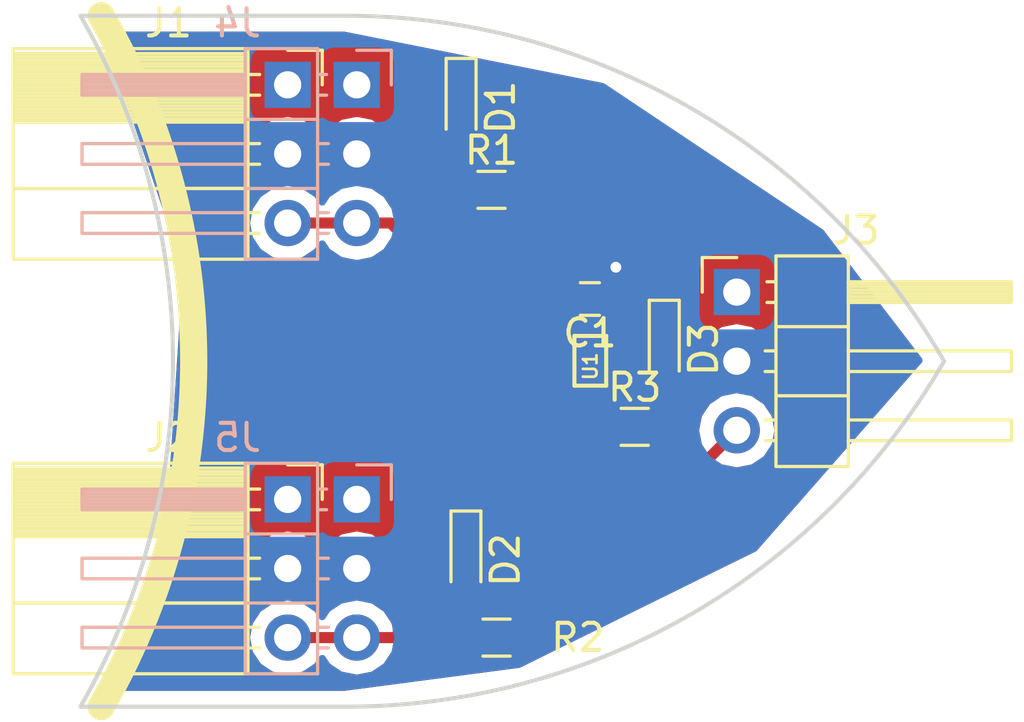
<source format=kicad_pcb>
(kicad_pcb (version 4) (host pcbnew 4.0.7)

  (general
    (links 26)
    (no_connects 18)
    (area 110.008599 77.39472 163.905001 102.94528)
    (thickness 1.6)
    (drawings 6)
    (tracks 36)
    (zones 0)
    (modules 13)
    (nets 9)
  )

  (page A4)
  (layers
    (0 F.Cu signal)
    (31 B.Cu signal)
    (32 B.Adhes user)
    (33 F.Adhes user)
    (34 B.Paste user)
    (35 F.Paste user)
    (36 B.SilkS user)
    (37 F.SilkS user)
    (38 B.Mask user)
    (39 F.Mask user)
    (40 Dwgs.User user)
    (41 Cmts.User user)
    (42 Eco1.User user)
    (43 Eco2.User user)
    (44 Edge.Cuts user)
    (45 Margin user)
    (46 B.CrtYd user)
    (47 F.CrtYd user)
    (48 B.Fab user)
    (49 F.Fab user hide)
  )

  (setup
    (last_trace_width 0.4064)
    (user_trace_width 0.4064)
    (trace_clearance 0.2)
    (zone_clearance 0.508)
    (zone_45_only no)
    (trace_min 0.2)
    (segment_width 0.15)
    (edge_width 0.15)
    (via_size 0.6)
    (via_drill 0.4)
    (via_min_size 0.4)
    (via_min_drill 0.3)
    (uvia_size 0.3)
    (uvia_drill 0.1)
    (uvias_allowed no)
    (uvia_min_size 0.2)
    (uvia_min_drill 0.1)
    (pcb_text_width 0.3)
    (pcb_text_size 1.5 1.5)
    (mod_edge_width 0.15)
    (mod_text_size 1 1)
    (mod_text_width 0.15)
    (pad_size 1.524 1.524)
    (pad_drill 0.762)
    (pad_to_mask_clearance 0.2)
    (aux_axis_origin 0 0)
    (visible_elements 7FFFFFFF)
    (pcbplotparams
      (layerselection 0x00030_80000001)
      (usegerberextensions false)
      (excludeedgelayer true)
      (linewidth 0.100000)
      (plotframeref false)
      (viasonmask false)
      (mode 1)
      (useauxorigin false)
      (hpglpennumber 1)
      (hpglpenspeed 20)
      (hpglpendiameter 15)
      (hpglpenoverlay 2)
      (psnegative false)
      (psa4output false)
      (plotreference true)
      (plotvalue true)
      (plotinvisibletext false)
      (padsonsilk false)
      (subtractmaskfromsilk false)
      (outputformat 1)
      (mirror false)
      (drillshape 1)
      (scaleselection 1)
      (outputdirectory ""))
  )

  (net 0 "")
  (net 1 Vin)
  (net 2 GND)
  (net 3 "Net-(D1-Pad2)")
  (net 4 "Net-(D2-Pad2)")
  (net 5 "Net-(D3-Pad2)")
  (net 6 /In1)
  (net 7 /In2)
  (net 8 /Out)

  (net_class Default "This is the default net class."
    (clearance 0.2)
    (trace_width 0.25)
    (via_dia 0.6)
    (via_drill 0.4)
    (uvia_dia 0.3)
    (uvia_drill 0.1)
    (add_net /In1)
    (add_net /In2)
    (add_net /Out)
    (add_net GND)
    (add_net "Net-(D1-Pad2)")
    (add_net "Net-(D2-Pad2)")
    (add_net "Net-(D3-Pad2)")
    (add_net Vin)
  )

  (module Capacitors_SMD:C_0603_HandSoldering (layer F.Cu) (tedit 58AA848B) (tstamp 5B74F26C)
    (at 150.81 87.884 180)
    (descr "Capacitor SMD 0603, hand soldering")
    (tags "capacitor 0603")
    (path /5AF1E54F)
    (attr smd)
    (fp_text reference C1 (at 0 -1.25 180) (layer F.SilkS)
      (effects (font (size 1 1) (thickness 0.15)))
    )
    (fp_text value C (at 0 1.5 180) (layer F.Fab)
      (effects (font (size 1 1) (thickness 0.15)))
    )
    (fp_text user %R (at 0 -1.25 180) (layer F.Fab)
      (effects (font (size 1 1) (thickness 0.15)))
    )
    (fp_line (start -0.8 0.4) (end -0.8 -0.4) (layer F.Fab) (width 0.1))
    (fp_line (start 0.8 0.4) (end -0.8 0.4) (layer F.Fab) (width 0.1))
    (fp_line (start 0.8 -0.4) (end 0.8 0.4) (layer F.Fab) (width 0.1))
    (fp_line (start -0.8 -0.4) (end 0.8 -0.4) (layer F.Fab) (width 0.1))
    (fp_line (start -0.35 -0.6) (end 0.35 -0.6) (layer F.SilkS) (width 0.12))
    (fp_line (start 0.35 0.6) (end -0.35 0.6) (layer F.SilkS) (width 0.12))
    (fp_line (start -1.8 -0.65) (end 1.8 -0.65) (layer F.CrtYd) (width 0.05))
    (fp_line (start -1.8 -0.65) (end -1.8 0.65) (layer F.CrtYd) (width 0.05))
    (fp_line (start 1.8 0.65) (end 1.8 -0.65) (layer F.CrtYd) (width 0.05))
    (fp_line (start 1.8 0.65) (end -1.8 0.65) (layer F.CrtYd) (width 0.05))
    (pad 1 smd rect (at -0.95 0 180) (size 1.2 0.75) (layers F.Cu F.Paste F.Mask)
      (net 1 Vin))
    (pad 2 smd rect (at 0.95 0 180) (size 1.2 0.75) (layers F.Cu F.Paste F.Mask)
      (net 2 GND))
    (model Capacitors_SMD.3dshapes/C_0603.wrl
      (at (xyz 0 0 0))
      (scale (xyz 1 1 1))
      (rotate (xyz 0 0 0))
    )
  )

  (module LEDs:LED_0603_HandSoldering (layer F.Cu) (tedit 595FC9C0) (tstamp 5B74F272)
    (at 146.0754 80.8404 270)
    (descr "LED SMD 0603, hand soldering")
    (tags "LED 0603")
    (path /5AF0B57F)
    (attr smd)
    (fp_text reference D1 (at 0 -1.45 270) (layer F.SilkS)
      (effects (font (size 1 1) (thickness 0.15)))
    )
    (fp_text value In1 (at 0 1.55 270) (layer F.Fab)
      (effects (font (size 1 1) (thickness 0.15)))
    )
    (fp_line (start -1.8 -0.55) (end -1.8 0.55) (layer F.SilkS) (width 0.12))
    (fp_line (start -0.2 -0.2) (end -0.2 0.2) (layer F.Fab) (width 0.1))
    (fp_line (start -0.15 0) (end 0.15 -0.2) (layer F.Fab) (width 0.1))
    (fp_line (start 0.15 0.2) (end -0.15 0) (layer F.Fab) (width 0.1))
    (fp_line (start 0.15 -0.2) (end 0.15 0.2) (layer F.Fab) (width 0.1))
    (fp_line (start 0.8 0.4) (end -0.8 0.4) (layer F.Fab) (width 0.1))
    (fp_line (start 0.8 -0.4) (end 0.8 0.4) (layer F.Fab) (width 0.1))
    (fp_line (start -0.8 -0.4) (end 0.8 -0.4) (layer F.Fab) (width 0.1))
    (fp_line (start -1.8 0.55) (end 0.8 0.55) (layer F.SilkS) (width 0.12))
    (fp_line (start -1.8 -0.55) (end 0.8 -0.55) (layer F.SilkS) (width 0.12))
    (fp_line (start -1.96 -0.7) (end 1.95 -0.7) (layer F.CrtYd) (width 0.05))
    (fp_line (start -1.96 -0.7) (end -1.96 0.7) (layer F.CrtYd) (width 0.05))
    (fp_line (start 1.95 0.7) (end 1.95 -0.7) (layer F.CrtYd) (width 0.05))
    (fp_line (start 1.95 0.7) (end -1.96 0.7) (layer F.CrtYd) (width 0.05))
    (fp_line (start -0.8 -0.4) (end -0.8 0.4) (layer F.Fab) (width 0.1))
    (pad 1 smd rect (at -1.1 0 270) (size 1.2 0.9) (layers F.Cu F.Paste F.Mask)
      (net 2 GND))
    (pad 2 smd rect (at 1.1 0 270) (size 1.2 0.9) (layers F.Cu F.Paste F.Mask)
      (net 3 "Net-(D1-Pad2)"))
    (model ${KISYS3DMOD}/LEDs.3dshapes/LED_0603.wrl
      (at (xyz 0 0 0))
      (scale (xyz 1 1 1))
      (rotate (xyz 0 0 180))
    )
  )

  (module LEDs:LED_0603_HandSoldering (layer F.Cu) (tedit 595FC9C0) (tstamp 5B74F278)
    (at 146.2532 97.4774 270)
    (descr "LED SMD 0603, hand soldering")
    (tags "LED 0603")
    (path /5AF0B184)
    (attr smd)
    (fp_text reference D2 (at 0 -1.45 270) (layer F.SilkS)
      (effects (font (size 1 1) (thickness 0.15)))
    )
    (fp_text value In2 (at 0 1.55 270) (layer F.Fab)
      (effects (font (size 1 1) (thickness 0.15)))
    )
    (fp_line (start -1.8 -0.55) (end -1.8 0.55) (layer F.SilkS) (width 0.12))
    (fp_line (start -0.2 -0.2) (end -0.2 0.2) (layer F.Fab) (width 0.1))
    (fp_line (start -0.15 0) (end 0.15 -0.2) (layer F.Fab) (width 0.1))
    (fp_line (start 0.15 0.2) (end -0.15 0) (layer F.Fab) (width 0.1))
    (fp_line (start 0.15 -0.2) (end 0.15 0.2) (layer F.Fab) (width 0.1))
    (fp_line (start 0.8 0.4) (end -0.8 0.4) (layer F.Fab) (width 0.1))
    (fp_line (start 0.8 -0.4) (end 0.8 0.4) (layer F.Fab) (width 0.1))
    (fp_line (start -0.8 -0.4) (end 0.8 -0.4) (layer F.Fab) (width 0.1))
    (fp_line (start -1.8 0.55) (end 0.8 0.55) (layer F.SilkS) (width 0.12))
    (fp_line (start -1.8 -0.55) (end 0.8 -0.55) (layer F.SilkS) (width 0.12))
    (fp_line (start -1.96 -0.7) (end 1.95 -0.7) (layer F.CrtYd) (width 0.05))
    (fp_line (start -1.96 -0.7) (end -1.96 0.7) (layer F.CrtYd) (width 0.05))
    (fp_line (start 1.95 0.7) (end 1.95 -0.7) (layer F.CrtYd) (width 0.05))
    (fp_line (start 1.95 0.7) (end -1.96 0.7) (layer F.CrtYd) (width 0.05))
    (fp_line (start -0.8 -0.4) (end -0.8 0.4) (layer F.Fab) (width 0.1))
    (pad 1 smd rect (at -1.1 0 270) (size 1.2 0.9) (layers F.Cu F.Paste F.Mask)
      (net 2 GND))
    (pad 2 smd rect (at 1.1 0 270) (size 1.2 0.9) (layers F.Cu F.Paste F.Mask)
      (net 4 "Net-(D2-Pad2)"))
    (model ${KISYS3DMOD}/LEDs.3dshapes/LED_0603.wrl
      (at (xyz 0 0 0))
      (scale (xyz 1 1 1))
      (rotate (xyz 0 0 180))
    )
  )

  (module LEDs:LED_0603_HandSoldering (layer F.Cu) (tedit 595FC9C0) (tstamp 5B74F27E)
    (at 153.543 89.7304 270)
    (descr "LED SMD 0603, hand soldering")
    (tags "LED 0603")
    (path /5AF0B5FF)
    (attr smd)
    (fp_text reference D3 (at 0 -1.45 270) (layer F.SilkS)
      (effects (font (size 1 1) (thickness 0.15)))
    )
    (fp_text value Out (at 0 1.55 270) (layer F.Fab)
      (effects (font (size 1 1) (thickness 0.15)))
    )
    (fp_line (start -1.8 -0.55) (end -1.8 0.55) (layer F.SilkS) (width 0.12))
    (fp_line (start -0.2 -0.2) (end -0.2 0.2) (layer F.Fab) (width 0.1))
    (fp_line (start -0.15 0) (end 0.15 -0.2) (layer F.Fab) (width 0.1))
    (fp_line (start 0.15 0.2) (end -0.15 0) (layer F.Fab) (width 0.1))
    (fp_line (start 0.15 -0.2) (end 0.15 0.2) (layer F.Fab) (width 0.1))
    (fp_line (start 0.8 0.4) (end -0.8 0.4) (layer F.Fab) (width 0.1))
    (fp_line (start 0.8 -0.4) (end 0.8 0.4) (layer F.Fab) (width 0.1))
    (fp_line (start -0.8 -0.4) (end 0.8 -0.4) (layer F.Fab) (width 0.1))
    (fp_line (start -1.8 0.55) (end 0.8 0.55) (layer F.SilkS) (width 0.12))
    (fp_line (start -1.8 -0.55) (end 0.8 -0.55) (layer F.SilkS) (width 0.12))
    (fp_line (start -1.96 -0.7) (end 1.95 -0.7) (layer F.CrtYd) (width 0.05))
    (fp_line (start -1.96 -0.7) (end -1.96 0.7) (layer F.CrtYd) (width 0.05))
    (fp_line (start 1.95 0.7) (end 1.95 -0.7) (layer F.CrtYd) (width 0.05))
    (fp_line (start 1.95 0.7) (end -1.96 0.7) (layer F.CrtYd) (width 0.05))
    (fp_line (start -0.8 -0.4) (end -0.8 0.4) (layer F.Fab) (width 0.1))
    (pad 1 smd rect (at -1.1 0 270) (size 1.2 0.9) (layers F.Cu F.Paste F.Mask)
      (net 2 GND))
    (pad 2 smd rect (at 1.1 0 270) (size 1.2 0.9) (layers F.Cu F.Paste F.Mask)
      (net 5 "Net-(D3-Pad2)"))
    (model ${KISYS3DMOD}/LEDs.3dshapes/LED_0603.wrl
      (at (xyz 0 0 0))
      (scale (xyz 1 1 1))
      (rotate (xyz 0 0 180))
    )
  )

  (module Socket_Strips:Socket_Strip_Angled_1x03_Pitch2.54mm (layer F.Cu) (tedit 58CD5446) (tstamp 5B74F285)
    (at 139.7 80.01)
    (descr "Through hole angled socket strip, 1x03, 2.54mm pitch, 8.51mm socket length, single row")
    (tags "Through hole angled socket strip THT 1x03 2.54mm single row")
    (path /5AF0AE86)
    (fp_text reference J1 (at -4.38 -2.27) (layer F.SilkS)
      (effects (font (size 1 1) (thickness 0.15)))
    )
    (fp_text value In1 (at -4.38 7.35) (layer F.Fab)
      (effects (font (size 1 1) (thickness 0.15)))
    )
    (fp_line (start -1.52 -1.27) (end -1.52 1.27) (layer F.Fab) (width 0.1))
    (fp_line (start -1.52 1.27) (end -10.03 1.27) (layer F.Fab) (width 0.1))
    (fp_line (start -10.03 1.27) (end -10.03 -1.27) (layer F.Fab) (width 0.1))
    (fp_line (start -10.03 -1.27) (end -1.52 -1.27) (layer F.Fab) (width 0.1))
    (fp_line (start 0 -0.32) (end 0 0.32) (layer F.Fab) (width 0.1))
    (fp_line (start 0 0.32) (end -1.52 0.32) (layer F.Fab) (width 0.1))
    (fp_line (start -1.52 0.32) (end -1.52 -0.32) (layer F.Fab) (width 0.1))
    (fp_line (start -1.52 -0.32) (end 0 -0.32) (layer F.Fab) (width 0.1))
    (fp_line (start -1.52 1.27) (end -1.52 3.81) (layer F.Fab) (width 0.1))
    (fp_line (start -1.52 3.81) (end -10.03 3.81) (layer F.Fab) (width 0.1))
    (fp_line (start -10.03 3.81) (end -10.03 1.27) (layer F.Fab) (width 0.1))
    (fp_line (start -10.03 1.27) (end -1.52 1.27) (layer F.Fab) (width 0.1))
    (fp_line (start 0 2.22) (end 0 2.86) (layer F.Fab) (width 0.1))
    (fp_line (start 0 2.86) (end -1.52 2.86) (layer F.Fab) (width 0.1))
    (fp_line (start -1.52 2.86) (end -1.52 2.22) (layer F.Fab) (width 0.1))
    (fp_line (start -1.52 2.22) (end 0 2.22) (layer F.Fab) (width 0.1))
    (fp_line (start -1.52 3.81) (end -1.52 6.35) (layer F.Fab) (width 0.1))
    (fp_line (start -1.52 6.35) (end -10.03 6.35) (layer F.Fab) (width 0.1))
    (fp_line (start -10.03 6.35) (end -10.03 3.81) (layer F.Fab) (width 0.1))
    (fp_line (start -10.03 3.81) (end -1.52 3.81) (layer F.Fab) (width 0.1))
    (fp_line (start 0 4.76) (end 0 5.4) (layer F.Fab) (width 0.1))
    (fp_line (start 0 5.4) (end -1.52 5.4) (layer F.Fab) (width 0.1))
    (fp_line (start -1.52 5.4) (end -1.52 4.76) (layer F.Fab) (width 0.1))
    (fp_line (start -1.52 4.76) (end 0 4.76) (layer F.Fab) (width 0.1))
    (fp_line (start -1.46 -1.33) (end -1.46 1.27) (layer F.SilkS) (width 0.12))
    (fp_line (start -1.46 1.27) (end -10.09 1.27) (layer F.SilkS) (width 0.12))
    (fp_line (start -10.09 1.27) (end -10.09 -1.33) (layer F.SilkS) (width 0.12))
    (fp_line (start -10.09 -1.33) (end -1.46 -1.33) (layer F.SilkS) (width 0.12))
    (fp_line (start -1.03 -0.38) (end -1.46 -0.38) (layer F.SilkS) (width 0.12))
    (fp_line (start -1.03 0.38) (end -1.46 0.38) (layer F.SilkS) (width 0.12))
    (fp_line (start -1.46 -1.15) (end -10.09 -1.15) (layer F.SilkS) (width 0.12))
    (fp_line (start -1.46 -1.03) (end -10.09 -1.03) (layer F.SilkS) (width 0.12))
    (fp_line (start -1.46 -0.91) (end -10.09 -0.91) (layer F.SilkS) (width 0.12))
    (fp_line (start -1.46 -0.79) (end -10.09 -0.79) (layer F.SilkS) (width 0.12))
    (fp_line (start -1.46 -0.67) (end -10.09 -0.67) (layer F.SilkS) (width 0.12))
    (fp_line (start -1.46 -0.55) (end -10.09 -0.55) (layer F.SilkS) (width 0.12))
    (fp_line (start -1.46 -0.43) (end -10.09 -0.43) (layer F.SilkS) (width 0.12))
    (fp_line (start -1.46 -0.31) (end -10.09 -0.31) (layer F.SilkS) (width 0.12))
    (fp_line (start -1.46 -0.19) (end -10.09 -0.19) (layer F.SilkS) (width 0.12))
    (fp_line (start -1.46 -0.07) (end -10.09 -0.07) (layer F.SilkS) (width 0.12))
    (fp_line (start -1.46 0.05) (end -10.09 0.05) (layer F.SilkS) (width 0.12))
    (fp_line (start -1.46 0.17) (end -10.09 0.17) (layer F.SilkS) (width 0.12))
    (fp_line (start -1.46 0.29) (end -10.09 0.29) (layer F.SilkS) (width 0.12))
    (fp_line (start -1.46 0.41) (end -10.09 0.41) (layer F.SilkS) (width 0.12))
    (fp_line (start -1.46 0.53) (end -10.09 0.53) (layer F.SilkS) (width 0.12))
    (fp_line (start -1.46 0.65) (end -10.09 0.65) (layer F.SilkS) (width 0.12))
    (fp_line (start -1.46 0.77) (end -10.09 0.77) (layer F.SilkS) (width 0.12))
    (fp_line (start -1.46 0.89) (end -10.09 0.89) (layer F.SilkS) (width 0.12))
    (fp_line (start -1.46 1.01) (end -10.09 1.01) (layer F.SilkS) (width 0.12))
    (fp_line (start -1.46 1.13) (end -10.09 1.13) (layer F.SilkS) (width 0.12))
    (fp_line (start -1.46 1.25) (end -10.09 1.25) (layer F.SilkS) (width 0.12))
    (fp_line (start -1.46 1.37) (end -10.09 1.37) (layer F.SilkS) (width 0.12))
    (fp_line (start -1.46 1.27) (end -1.46 3.81) (layer F.SilkS) (width 0.12))
    (fp_line (start -1.46 3.81) (end -10.09 3.81) (layer F.SilkS) (width 0.12))
    (fp_line (start -10.09 3.81) (end -10.09 1.27) (layer F.SilkS) (width 0.12))
    (fp_line (start -10.09 1.27) (end -1.46 1.27) (layer F.SilkS) (width 0.12))
    (fp_line (start -1.03 2.16) (end -1.46 2.16) (layer F.SilkS) (width 0.12))
    (fp_line (start -1.03 2.92) (end -1.46 2.92) (layer F.SilkS) (width 0.12))
    (fp_line (start -1.46 3.81) (end -1.46 6.41) (layer F.SilkS) (width 0.12))
    (fp_line (start -1.46 6.41) (end -10.09 6.41) (layer F.SilkS) (width 0.12))
    (fp_line (start -10.09 6.41) (end -10.09 3.81) (layer F.SilkS) (width 0.12))
    (fp_line (start -10.09 3.81) (end -1.46 3.81) (layer F.SilkS) (width 0.12))
    (fp_line (start -1.03 4.7) (end -1.46 4.7) (layer F.SilkS) (width 0.12))
    (fp_line (start -1.03 5.46) (end -1.46 5.46) (layer F.SilkS) (width 0.12))
    (fp_line (start 0 -1.27) (end 1.27 -1.27) (layer F.SilkS) (width 0.12))
    (fp_line (start 1.27 -1.27) (end 1.27 0) (layer F.SilkS) (width 0.12))
    (fp_line (start 1.8 -1.8) (end 1.8 6.85) (layer F.CrtYd) (width 0.05))
    (fp_line (start 1.8 6.85) (end -10.55 6.85) (layer F.CrtYd) (width 0.05))
    (fp_line (start -10.55 6.85) (end -10.55 -1.8) (layer F.CrtYd) (width 0.05))
    (fp_line (start -10.55 -1.8) (end 1.8 -1.8) (layer F.CrtYd) (width 0.05))
    (fp_text user %R (at -4.38 -2.27) (layer F.Fab)
      (effects (font (size 1 1) (thickness 0.15)))
    )
    (pad 1 thru_hole rect (at 0 0) (size 1.7 1.7) (drill 1) (layers *.Cu *.Mask)
      (net 2 GND))
    (pad 2 thru_hole oval (at 0 2.54) (size 1.7 1.7) (drill 1) (layers *.Cu *.Mask)
      (net 1 Vin))
    (pad 3 thru_hole oval (at 0 5.08) (size 1.7 1.7) (drill 1) (layers *.Cu *.Mask)
      (net 6 /In1))
    (model ${KISYS3DMOD}/Socket_Strips.3dshapes/Socket_Strip_Angled_1x03_Pitch2.54mm.wrl
      (at (xyz 0 -0.1 0))
      (scale (xyz 1 1 1))
      (rotate (xyz 0 0 270))
    )
  )

  (module Socket_Strips:Socket_Strip_Angled_1x03_Pitch2.54mm (layer F.Cu) (tedit 58CD5446) (tstamp 5B74F28C)
    (at 139.7 95.25)
    (descr "Through hole angled socket strip, 1x03, 2.54mm pitch, 8.51mm socket length, single row")
    (tags "Through hole angled socket strip THT 1x03 2.54mm single row")
    (path /5AF0AEBC)
    (fp_text reference J2 (at -4.38 -2.27) (layer F.SilkS)
      (effects (font (size 1 1) (thickness 0.15)))
    )
    (fp_text value In2 (at -4.38 7.35) (layer F.Fab)
      (effects (font (size 1 1) (thickness 0.15)))
    )
    (fp_line (start -1.52 -1.27) (end -1.52 1.27) (layer F.Fab) (width 0.1))
    (fp_line (start -1.52 1.27) (end -10.03 1.27) (layer F.Fab) (width 0.1))
    (fp_line (start -10.03 1.27) (end -10.03 -1.27) (layer F.Fab) (width 0.1))
    (fp_line (start -10.03 -1.27) (end -1.52 -1.27) (layer F.Fab) (width 0.1))
    (fp_line (start 0 -0.32) (end 0 0.32) (layer F.Fab) (width 0.1))
    (fp_line (start 0 0.32) (end -1.52 0.32) (layer F.Fab) (width 0.1))
    (fp_line (start -1.52 0.32) (end -1.52 -0.32) (layer F.Fab) (width 0.1))
    (fp_line (start -1.52 -0.32) (end 0 -0.32) (layer F.Fab) (width 0.1))
    (fp_line (start -1.52 1.27) (end -1.52 3.81) (layer F.Fab) (width 0.1))
    (fp_line (start -1.52 3.81) (end -10.03 3.81) (layer F.Fab) (width 0.1))
    (fp_line (start -10.03 3.81) (end -10.03 1.27) (layer F.Fab) (width 0.1))
    (fp_line (start -10.03 1.27) (end -1.52 1.27) (layer F.Fab) (width 0.1))
    (fp_line (start 0 2.22) (end 0 2.86) (layer F.Fab) (width 0.1))
    (fp_line (start 0 2.86) (end -1.52 2.86) (layer F.Fab) (width 0.1))
    (fp_line (start -1.52 2.86) (end -1.52 2.22) (layer F.Fab) (width 0.1))
    (fp_line (start -1.52 2.22) (end 0 2.22) (layer F.Fab) (width 0.1))
    (fp_line (start -1.52 3.81) (end -1.52 6.35) (layer F.Fab) (width 0.1))
    (fp_line (start -1.52 6.35) (end -10.03 6.35) (layer F.Fab) (width 0.1))
    (fp_line (start -10.03 6.35) (end -10.03 3.81) (layer F.Fab) (width 0.1))
    (fp_line (start -10.03 3.81) (end -1.52 3.81) (layer F.Fab) (width 0.1))
    (fp_line (start 0 4.76) (end 0 5.4) (layer F.Fab) (width 0.1))
    (fp_line (start 0 5.4) (end -1.52 5.4) (layer F.Fab) (width 0.1))
    (fp_line (start -1.52 5.4) (end -1.52 4.76) (layer F.Fab) (width 0.1))
    (fp_line (start -1.52 4.76) (end 0 4.76) (layer F.Fab) (width 0.1))
    (fp_line (start -1.46 -1.33) (end -1.46 1.27) (layer F.SilkS) (width 0.12))
    (fp_line (start -1.46 1.27) (end -10.09 1.27) (layer F.SilkS) (width 0.12))
    (fp_line (start -10.09 1.27) (end -10.09 -1.33) (layer F.SilkS) (width 0.12))
    (fp_line (start -10.09 -1.33) (end -1.46 -1.33) (layer F.SilkS) (width 0.12))
    (fp_line (start -1.03 -0.38) (end -1.46 -0.38) (layer F.SilkS) (width 0.12))
    (fp_line (start -1.03 0.38) (end -1.46 0.38) (layer F.SilkS) (width 0.12))
    (fp_line (start -1.46 -1.15) (end -10.09 -1.15) (layer F.SilkS) (width 0.12))
    (fp_line (start -1.46 -1.03) (end -10.09 -1.03) (layer F.SilkS) (width 0.12))
    (fp_line (start -1.46 -0.91) (end -10.09 -0.91) (layer F.SilkS) (width 0.12))
    (fp_line (start -1.46 -0.79) (end -10.09 -0.79) (layer F.SilkS) (width 0.12))
    (fp_line (start -1.46 -0.67) (end -10.09 -0.67) (layer F.SilkS) (width 0.12))
    (fp_line (start -1.46 -0.55) (end -10.09 -0.55) (layer F.SilkS) (width 0.12))
    (fp_line (start -1.46 -0.43) (end -10.09 -0.43) (layer F.SilkS) (width 0.12))
    (fp_line (start -1.46 -0.31) (end -10.09 -0.31) (layer F.SilkS) (width 0.12))
    (fp_line (start -1.46 -0.19) (end -10.09 -0.19) (layer F.SilkS) (width 0.12))
    (fp_line (start -1.46 -0.07) (end -10.09 -0.07) (layer F.SilkS) (width 0.12))
    (fp_line (start -1.46 0.05) (end -10.09 0.05) (layer F.SilkS) (width 0.12))
    (fp_line (start -1.46 0.17) (end -10.09 0.17) (layer F.SilkS) (width 0.12))
    (fp_line (start -1.46 0.29) (end -10.09 0.29) (layer F.SilkS) (width 0.12))
    (fp_line (start -1.46 0.41) (end -10.09 0.41) (layer F.SilkS) (width 0.12))
    (fp_line (start -1.46 0.53) (end -10.09 0.53) (layer F.SilkS) (width 0.12))
    (fp_line (start -1.46 0.65) (end -10.09 0.65) (layer F.SilkS) (width 0.12))
    (fp_line (start -1.46 0.77) (end -10.09 0.77) (layer F.SilkS) (width 0.12))
    (fp_line (start -1.46 0.89) (end -10.09 0.89) (layer F.SilkS) (width 0.12))
    (fp_line (start -1.46 1.01) (end -10.09 1.01) (layer F.SilkS) (width 0.12))
    (fp_line (start -1.46 1.13) (end -10.09 1.13) (layer F.SilkS) (width 0.12))
    (fp_line (start -1.46 1.25) (end -10.09 1.25) (layer F.SilkS) (width 0.12))
    (fp_line (start -1.46 1.37) (end -10.09 1.37) (layer F.SilkS) (width 0.12))
    (fp_line (start -1.46 1.27) (end -1.46 3.81) (layer F.SilkS) (width 0.12))
    (fp_line (start -1.46 3.81) (end -10.09 3.81) (layer F.SilkS) (width 0.12))
    (fp_line (start -10.09 3.81) (end -10.09 1.27) (layer F.SilkS) (width 0.12))
    (fp_line (start -10.09 1.27) (end -1.46 1.27) (layer F.SilkS) (width 0.12))
    (fp_line (start -1.03 2.16) (end -1.46 2.16) (layer F.SilkS) (width 0.12))
    (fp_line (start -1.03 2.92) (end -1.46 2.92) (layer F.SilkS) (width 0.12))
    (fp_line (start -1.46 3.81) (end -1.46 6.41) (layer F.SilkS) (width 0.12))
    (fp_line (start -1.46 6.41) (end -10.09 6.41) (layer F.SilkS) (width 0.12))
    (fp_line (start -10.09 6.41) (end -10.09 3.81) (layer F.SilkS) (width 0.12))
    (fp_line (start -10.09 3.81) (end -1.46 3.81) (layer F.SilkS) (width 0.12))
    (fp_line (start -1.03 4.7) (end -1.46 4.7) (layer F.SilkS) (width 0.12))
    (fp_line (start -1.03 5.46) (end -1.46 5.46) (layer F.SilkS) (width 0.12))
    (fp_line (start 0 -1.27) (end 1.27 -1.27) (layer F.SilkS) (width 0.12))
    (fp_line (start 1.27 -1.27) (end 1.27 0) (layer F.SilkS) (width 0.12))
    (fp_line (start 1.8 -1.8) (end 1.8 6.85) (layer F.CrtYd) (width 0.05))
    (fp_line (start 1.8 6.85) (end -10.55 6.85) (layer F.CrtYd) (width 0.05))
    (fp_line (start -10.55 6.85) (end -10.55 -1.8) (layer F.CrtYd) (width 0.05))
    (fp_line (start -10.55 -1.8) (end 1.8 -1.8) (layer F.CrtYd) (width 0.05))
    (fp_text user %R (at -4.38 -2.27) (layer F.Fab)
      (effects (font (size 1 1) (thickness 0.15)))
    )
    (pad 1 thru_hole rect (at 0 0) (size 1.7 1.7) (drill 1) (layers *.Cu *.Mask)
      (net 2 GND))
    (pad 2 thru_hole oval (at 0 2.54) (size 1.7 1.7) (drill 1) (layers *.Cu *.Mask)
      (net 1 Vin))
    (pad 3 thru_hole oval (at 0 5.08) (size 1.7 1.7) (drill 1) (layers *.Cu *.Mask)
      (net 7 /In2))
    (model ${KISYS3DMOD}/Socket_Strips.3dshapes/Socket_Strip_Angled_1x03_Pitch2.54mm.wrl
      (at (xyz 0 -0.1 0))
      (scale (xyz 1 1 1))
      (rotate (xyz 0 0 270))
    )
  )

  (module Pin_Headers:Pin_Header_Angled_1x03_Pitch2.54mm (layer F.Cu) (tedit 59650532) (tstamp 5B74F293)
    (at 156.21 87.63)
    (descr "Through hole angled pin header, 1x03, 2.54mm pitch, 6mm pin length, single row")
    (tags "Through hole angled pin header THT 1x03 2.54mm single row")
    (path /5AF0ADF4)
    (fp_text reference J3 (at 4.385 -2.27) (layer F.SilkS)
      (effects (font (size 1 1) (thickness 0.15)))
    )
    (fp_text value Out (at 4.385 7.35) (layer F.Fab)
      (effects (font (size 1 1) (thickness 0.15)))
    )
    (fp_line (start 2.135 -1.27) (end 4.04 -1.27) (layer F.Fab) (width 0.1))
    (fp_line (start 4.04 -1.27) (end 4.04 6.35) (layer F.Fab) (width 0.1))
    (fp_line (start 4.04 6.35) (end 1.5 6.35) (layer F.Fab) (width 0.1))
    (fp_line (start 1.5 6.35) (end 1.5 -0.635) (layer F.Fab) (width 0.1))
    (fp_line (start 1.5 -0.635) (end 2.135 -1.27) (layer F.Fab) (width 0.1))
    (fp_line (start -0.32 -0.32) (end 1.5 -0.32) (layer F.Fab) (width 0.1))
    (fp_line (start -0.32 -0.32) (end -0.32 0.32) (layer F.Fab) (width 0.1))
    (fp_line (start -0.32 0.32) (end 1.5 0.32) (layer F.Fab) (width 0.1))
    (fp_line (start 4.04 -0.32) (end 10.04 -0.32) (layer F.Fab) (width 0.1))
    (fp_line (start 10.04 -0.32) (end 10.04 0.32) (layer F.Fab) (width 0.1))
    (fp_line (start 4.04 0.32) (end 10.04 0.32) (layer F.Fab) (width 0.1))
    (fp_line (start -0.32 2.22) (end 1.5 2.22) (layer F.Fab) (width 0.1))
    (fp_line (start -0.32 2.22) (end -0.32 2.86) (layer F.Fab) (width 0.1))
    (fp_line (start -0.32 2.86) (end 1.5 2.86) (layer F.Fab) (width 0.1))
    (fp_line (start 4.04 2.22) (end 10.04 2.22) (layer F.Fab) (width 0.1))
    (fp_line (start 10.04 2.22) (end 10.04 2.86) (layer F.Fab) (width 0.1))
    (fp_line (start 4.04 2.86) (end 10.04 2.86) (layer F.Fab) (width 0.1))
    (fp_line (start -0.32 4.76) (end 1.5 4.76) (layer F.Fab) (width 0.1))
    (fp_line (start -0.32 4.76) (end -0.32 5.4) (layer F.Fab) (width 0.1))
    (fp_line (start -0.32 5.4) (end 1.5 5.4) (layer F.Fab) (width 0.1))
    (fp_line (start 4.04 4.76) (end 10.04 4.76) (layer F.Fab) (width 0.1))
    (fp_line (start 10.04 4.76) (end 10.04 5.4) (layer F.Fab) (width 0.1))
    (fp_line (start 4.04 5.4) (end 10.04 5.4) (layer F.Fab) (width 0.1))
    (fp_line (start 1.44 -1.33) (end 1.44 6.41) (layer F.SilkS) (width 0.12))
    (fp_line (start 1.44 6.41) (end 4.1 6.41) (layer F.SilkS) (width 0.12))
    (fp_line (start 4.1 6.41) (end 4.1 -1.33) (layer F.SilkS) (width 0.12))
    (fp_line (start 4.1 -1.33) (end 1.44 -1.33) (layer F.SilkS) (width 0.12))
    (fp_line (start 4.1 -0.38) (end 10.1 -0.38) (layer F.SilkS) (width 0.12))
    (fp_line (start 10.1 -0.38) (end 10.1 0.38) (layer F.SilkS) (width 0.12))
    (fp_line (start 10.1 0.38) (end 4.1 0.38) (layer F.SilkS) (width 0.12))
    (fp_line (start 4.1 -0.32) (end 10.1 -0.32) (layer F.SilkS) (width 0.12))
    (fp_line (start 4.1 -0.2) (end 10.1 -0.2) (layer F.SilkS) (width 0.12))
    (fp_line (start 4.1 -0.08) (end 10.1 -0.08) (layer F.SilkS) (width 0.12))
    (fp_line (start 4.1 0.04) (end 10.1 0.04) (layer F.SilkS) (width 0.12))
    (fp_line (start 4.1 0.16) (end 10.1 0.16) (layer F.SilkS) (width 0.12))
    (fp_line (start 4.1 0.28) (end 10.1 0.28) (layer F.SilkS) (width 0.12))
    (fp_line (start 1.11 -0.38) (end 1.44 -0.38) (layer F.SilkS) (width 0.12))
    (fp_line (start 1.11 0.38) (end 1.44 0.38) (layer F.SilkS) (width 0.12))
    (fp_line (start 1.44 1.27) (end 4.1 1.27) (layer F.SilkS) (width 0.12))
    (fp_line (start 4.1 2.16) (end 10.1 2.16) (layer F.SilkS) (width 0.12))
    (fp_line (start 10.1 2.16) (end 10.1 2.92) (layer F.SilkS) (width 0.12))
    (fp_line (start 10.1 2.92) (end 4.1 2.92) (layer F.SilkS) (width 0.12))
    (fp_line (start 1.042929 2.16) (end 1.44 2.16) (layer F.SilkS) (width 0.12))
    (fp_line (start 1.042929 2.92) (end 1.44 2.92) (layer F.SilkS) (width 0.12))
    (fp_line (start 1.44 3.81) (end 4.1 3.81) (layer F.SilkS) (width 0.12))
    (fp_line (start 4.1 4.7) (end 10.1 4.7) (layer F.SilkS) (width 0.12))
    (fp_line (start 10.1 4.7) (end 10.1 5.46) (layer F.SilkS) (width 0.12))
    (fp_line (start 10.1 5.46) (end 4.1 5.46) (layer F.SilkS) (width 0.12))
    (fp_line (start 1.042929 4.7) (end 1.44 4.7) (layer F.SilkS) (width 0.12))
    (fp_line (start 1.042929 5.46) (end 1.44 5.46) (layer F.SilkS) (width 0.12))
    (fp_line (start -1.27 0) (end -1.27 -1.27) (layer F.SilkS) (width 0.12))
    (fp_line (start -1.27 -1.27) (end 0 -1.27) (layer F.SilkS) (width 0.12))
    (fp_line (start -1.8 -1.8) (end -1.8 6.85) (layer F.CrtYd) (width 0.05))
    (fp_line (start -1.8 6.85) (end 10.55 6.85) (layer F.CrtYd) (width 0.05))
    (fp_line (start 10.55 6.85) (end 10.55 -1.8) (layer F.CrtYd) (width 0.05))
    (fp_line (start 10.55 -1.8) (end -1.8 -1.8) (layer F.CrtYd) (width 0.05))
    (fp_text user %R (at 2.77 2.54 90) (layer F.Fab)
      (effects (font (size 1 1) (thickness 0.15)))
    )
    (pad 1 thru_hole rect (at 0 0) (size 1.7 1.7) (drill 1) (layers *.Cu *.Mask)
      (net 2 GND))
    (pad 2 thru_hole oval (at 0 2.54) (size 1.7 1.7) (drill 1) (layers *.Cu *.Mask)
      (net 1 Vin))
    (pad 3 thru_hole oval (at 0 5.08) (size 1.7 1.7) (drill 1) (layers *.Cu *.Mask)
      (net 8 /Out))
    (model ${KISYS3DMOD}/Pin_Headers.3dshapes/Pin_Header_Angled_1x03_Pitch2.54mm.wrl
      (at (xyz 0 0 0))
      (scale (xyz 1 1 1))
      (rotate (xyz 0 0 0))
    )
  )

  (module Pin_Headers:Pin_Header_Angled_1x03_Pitch2.54mm (layer B.Cu) (tedit 59650532) (tstamp 5B74F29A)
    (at 142.24 80.01 180)
    (descr "Through hole angled pin header, 1x03, 2.54mm pitch, 6mm pin length, single row")
    (tags "Through hole angled pin header THT 1x03 2.54mm single row")
    (path /5AF0AF18)
    (fp_text reference J4 (at 4.385 2.27 180) (layer B.SilkS)
      (effects (font (size 1 1) (thickness 0.15)) (justify mirror))
    )
    (fp_text value Thru1 (at 4.385 -7.35 180) (layer B.Fab)
      (effects (font (size 1 1) (thickness 0.15)) (justify mirror))
    )
    (fp_line (start 2.135 1.27) (end 4.04 1.27) (layer B.Fab) (width 0.1))
    (fp_line (start 4.04 1.27) (end 4.04 -6.35) (layer B.Fab) (width 0.1))
    (fp_line (start 4.04 -6.35) (end 1.5 -6.35) (layer B.Fab) (width 0.1))
    (fp_line (start 1.5 -6.35) (end 1.5 0.635) (layer B.Fab) (width 0.1))
    (fp_line (start 1.5 0.635) (end 2.135 1.27) (layer B.Fab) (width 0.1))
    (fp_line (start -0.32 0.32) (end 1.5 0.32) (layer B.Fab) (width 0.1))
    (fp_line (start -0.32 0.32) (end -0.32 -0.32) (layer B.Fab) (width 0.1))
    (fp_line (start -0.32 -0.32) (end 1.5 -0.32) (layer B.Fab) (width 0.1))
    (fp_line (start 4.04 0.32) (end 10.04 0.32) (layer B.Fab) (width 0.1))
    (fp_line (start 10.04 0.32) (end 10.04 -0.32) (layer B.Fab) (width 0.1))
    (fp_line (start 4.04 -0.32) (end 10.04 -0.32) (layer B.Fab) (width 0.1))
    (fp_line (start -0.32 -2.22) (end 1.5 -2.22) (layer B.Fab) (width 0.1))
    (fp_line (start -0.32 -2.22) (end -0.32 -2.86) (layer B.Fab) (width 0.1))
    (fp_line (start -0.32 -2.86) (end 1.5 -2.86) (layer B.Fab) (width 0.1))
    (fp_line (start 4.04 -2.22) (end 10.04 -2.22) (layer B.Fab) (width 0.1))
    (fp_line (start 10.04 -2.22) (end 10.04 -2.86) (layer B.Fab) (width 0.1))
    (fp_line (start 4.04 -2.86) (end 10.04 -2.86) (layer B.Fab) (width 0.1))
    (fp_line (start -0.32 -4.76) (end 1.5 -4.76) (layer B.Fab) (width 0.1))
    (fp_line (start -0.32 -4.76) (end -0.32 -5.4) (layer B.Fab) (width 0.1))
    (fp_line (start -0.32 -5.4) (end 1.5 -5.4) (layer B.Fab) (width 0.1))
    (fp_line (start 4.04 -4.76) (end 10.04 -4.76) (layer B.Fab) (width 0.1))
    (fp_line (start 10.04 -4.76) (end 10.04 -5.4) (layer B.Fab) (width 0.1))
    (fp_line (start 4.04 -5.4) (end 10.04 -5.4) (layer B.Fab) (width 0.1))
    (fp_line (start 1.44 1.33) (end 1.44 -6.41) (layer B.SilkS) (width 0.12))
    (fp_line (start 1.44 -6.41) (end 4.1 -6.41) (layer B.SilkS) (width 0.12))
    (fp_line (start 4.1 -6.41) (end 4.1 1.33) (layer B.SilkS) (width 0.12))
    (fp_line (start 4.1 1.33) (end 1.44 1.33) (layer B.SilkS) (width 0.12))
    (fp_line (start 4.1 0.38) (end 10.1 0.38) (layer B.SilkS) (width 0.12))
    (fp_line (start 10.1 0.38) (end 10.1 -0.38) (layer B.SilkS) (width 0.12))
    (fp_line (start 10.1 -0.38) (end 4.1 -0.38) (layer B.SilkS) (width 0.12))
    (fp_line (start 4.1 0.32) (end 10.1 0.32) (layer B.SilkS) (width 0.12))
    (fp_line (start 4.1 0.2) (end 10.1 0.2) (layer B.SilkS) (width 0.12))
    (fp_line (start 4.1 0.08) (end 10.1 0.08) (layer B.SilkS) (width 0.12))
    (fp_line (start 4.1 -0.04) (end 10.1 -0.04) (layer B.SilkS) (width 0.12))
    (fp_line (start 4.1 -0.16) (end 10.1 -0.16) (layer B.SilkS) (width 0.12))
    (fp_line (start 4.1 -0.28) (end 10.1 -0.28) (layer B.SilkS) (width 0.12))
    (fp_line (start 1.11 0.38) (end 1.44 0.38) (layer B.SilkS) (width 0.12))
    (fp_line (start 1.11 -0.38) (end 1.44 -0.38) (layer B.SilkS) (width 0.12))
    (fp_line (start 1.44 -1.27) (end 4.1 -1.27) (layer B.SilkS) (width 0.12))
    (fp_line (start 4.1 -2.16) (end 10.1 -2.16) (layer B.SilkS) (width 0.12))
    (fp_line (start 10.1 -2.16) (end 10.1 -2.92) (layer B.SilkS) (width 0.12))
    (fp_line (start 10.1 -2.92) (end 4.1 -2.92) (layer B.SilkS) (width 0.12))
    (fp_line (start 1.042929 -2.16) (end 1.44 -2.16) (layer B.SilkS) (width 0.12))
    (fp_line (start 1.042929 -2.92) (end 1.44 -2.92) (layer B.SilkS) (width 0.12))
    (fp_line (start 1.44 -3.81) (end 4.1 -3.81) (layer B.SilkS) (width 0.12))
    (fp_line (start 4.1 -4.7) (end 10.1 -4.7) (layer B.SilkS) (width 0.12))
    (fp_line (start 10.1 -4.7) (end 10.1 -5.46) (layer B.SilkS) (width 0.12))
    (fp_line (start 10.1 -5.46) (end 4.1 -5.46) (layer B.SilkS) (width 0.12))
    (fp_line (start 1.042929 -4.7) (end 1.44 -4.7) (layer B.SilkS) (width 0.12))
    (fp_line (start 1.042929 -5.46) (end 1.44 -5.46) (layer B.SilkS) (width 0.12))
    (fp_line (start -1.27 0) (end -1.27 1.27) (layer B.SilkS) (width 0.12))
    (fp_line (start -1.27 1.27) (end 0 1.27) (layer B.SilkS) (width 0.12))
    (fp_line (start -1.8 1.8) (end -1.8 -6.85) (layer B.CrtYd) (width 0.05))
    (fp_line (start -1.8 -6.85) (end 10.55 -6.85) (layer B.CrtYd) (width 0.05))
    (fp_line (start 10.55 -6.85) (end 10.55 1.8) (layer B.CrtYd) (width 0.05))
    (fp_line (start 10.55 1.8) (end -1.8 1.8) (layer B.CrtYd) (width 0.05))
    (fp_text user %R (at 2.77 -2.54 450) (layer B.Fab)
      (effects (font (size 1 1) (thickness 0.15)) (justify mirror))
    )
    (pad 1 thru_hole rect (at 0 0 180) (size 1.7 1.7) (drill 1) (layers *.Cu *.Mask)
      (net 2 GND))
    (pad 2 thru_hole oval (at 0 -2.54 180) (size 1.7 1.7) (drill 1) (layers *.Cu *.Mask)
      (net 1 Vin))
    (pad 3 thru_hole oval (at 0 -5.08 180) (size 1.7 1.7) (drill 1) (layers *.Cu *.Mask)
      (net 6 /In1))
    (model ${KISYS3DMOD}/Pin_Headers.3dshapes/Pin_Header_Angled_1x03_Pitch2.54mm.wrl
      (at (xyz 0 0 0))
      (scale (xyz 1 1 1))
      (rotate (xyz 0 0 0))
    )
  )

  (module Pin_Headers:Pin_Header_Angled_1x03_Pitch2.54mm (layer B.Cu) (tedit 59650532) (tstamp 5B74F2A1)
    (at 142.24 95.25 180)
    (descr "Through hole angled pin header, 1x03, 2.54mm pitch, 6mm pin length, single row")
    (tags "Through hole angled pin header THT 1x03 2.54mm single row")
    (path /5AF0AEF4)
    (fp_text reference J5 (at 4.385 2.27 180) (layer B.SilkS)
      (effects (font (size 1 1) (thickness 0.15)) (justify mirror))
    )
    (fp_text value Thru2 (at 4.385 -7.35 180) (layer B.Fab)
      (effects (font (size 1 1) (thickness 0.15)) (justify mirror))
    )
    (fp_line (start 2.135 1.27) (end 4.04 1.27) (layer B.Fab) (width 0.1))
    (fp_line (start 4.04 1.27) (end 4.04 -6.35) (layer B.Fab) (width 0.1))
    (fp_line (start 4.04 -6.35) (end 1.5 -6.35) (layer B.Fab) (width 0.1))
    (fp_line (start 1.5 -6.35) (end 1.5 0.635) (layer B.Fab) (width 0.1))
    (fp_line (start 1.5 0.635) (end 2.135 1.27) (layer B.Fab) (width 0.1))
    (fp_line (start -0.32 0.32) (end 1.5 0.32) (layer B.Fab) (width 0.1))
    (fp_line (start -0.32 0.32) (end -0.32 -0.32) (layer B.Fab) (width 0.1))
    (fp_line (start -0.32 -0.32) (end 1.5 -0.32) (layer B.Fab) (width 0.1))
    (fp_line (start 4.04 0.32) (end 10.04 0.32) (layer B.Fab) (width 0.1))
    (fp_line (start 10.04 0.32) (end 10.04 -0.32) (layer B.Fab) (width 0.1))
    (fp_line (start 4.04 -0.32) (end 10.04 -0.32) (layer B.Fab) (width 0.1))
    (fp_line (start -0.32 -2.22) (end 1.5 -2.22) (layer B.Fab) (width 0.1))
    (fp_line (start -0.32 -2.22) (end -0.32 -2.86) (layer B.Fab) (width 0.1))
    (fp_line (start -0.32 -2.86) (end 1.5 -2.86) (layer B.Fab) (width 0.1))
    (fp_line (start 4.04 -2.22) (end 10.04 -2.22) (layer B.Fab) (width 0.1))
    (fp_line (start 10.04 -2.22) (end 10.04 -2.86) (layer B.Fab) (width 0.1))
    (fp_line (start 4.04 -2.86) (end 10.04 -2.86) (layer B.Fab) (width 0.1))
    (fp_line (start -0.32 -4.76) (end 1.5 -4.76) (layer B.Fab) (width 0.1))
    (fp_line (start -0.32 -4.76) (end -0.32 -5.4) (layer B.Fab) (width 0.1))
    (fp_line (start -0.32 -5.4) (end 1.5 -5.4) (layer B.Fab) (width 0.1))
    (fp_line (start 4.04 -4.76) (end 10.04 -4.76) (layer B.Fab) (width 0.1))
    (fp_line (start 10.04 -4.76) (end 10.04 -5.4) (layer B.Fab) (width 0.1))
    (fp_line (start 4.04 -5.4) (end 10.04 -5.4) (layer B.Fab) (width 0.1))
    (fp_line (start 1.44 1.33) (end 1.44 -6.41) (layer B.SilkS) (width 0.12))
    (fp_line (start 1.44 -6.41) (end 4.1 -6.41) (layer B.SilkS) (width 0.12))
    (fp_line (start 4.1 -6.41) (end 4.1 1.33) (layer B.SilkS) (width 0.12))
    (fp_line (start 4.1 1.33) (end 1.44 1.33) (layer B.SilkS) (width 0.12))
    (fp_line (start 4.1 0.38) (end 10.1 0.38) (layer B.SilkS) (width 0.12))
    (fp_line (start 10.1 0.38) (end 10.1 -0.38) (layer B.SilkS) (width 0.12))
    (fp_line (start 10.1 -0.38) (end 4.1 -0.38) (layer B.SilkS) (width 0.12))
    (fp_line (start 4.1 0.32) (end 10.1 0.32) (layer B.SilkS) (width 0.12))
    (fp_line (start 4.1 0.2) (end 10.1 0.2) (layer B.SilkS) (width 0.12))
    (fp_line (start 4.1 0.08) (end 10.1 0.08) (layer B.SilkS) (width 0.12))
    (fp_line (start 4.1 -0.04) (end 10.1 -0.04) (layer B.SilkS) (width 0.12))
    (fp_line (start 4.1 -0.16) (end 10.1 -0.16) (layer B.SilkS) (width 0.12))
    (fp_line (start 4.1 -0.28) (end 10.1 -0.28) (layer B.SilkS) (width 0.12))
    (fp_line (start 1.11 0.38) (end 1.44 0.38) (layer B.SilkS) (width 0.12))
    (fp_line (start 1.11 -0.38) (end 1.44 -0.38) (layer B.SilkS) (width 0.12))
    (fp_line (start 1.44 -1.27) (end 4.1 -1.27) (layer B.SilkS) (width 0.12))
    (fp_line (start 4.1 -2.16) (end 10.1 -2.16) (layer B.SilkS) (width 0.12))
    (fp_line (start 10.1 -2.16) (end 10.1 -2.92) (layer B.SilkS) (width 0.12))
    (fp_line (start 10.1 -2.92) (end 4.1 -2.92) (layer B.SilkS) (width 0.12))
    (fp_line (start 1.042929 -2.16) (end 1.44 -2.16) (layer B.SilkS) (width 0.12))
    (fp_line (start 1.042929 -2.92) (end 1.44 -2.92) (layer B.SilkS) (width 0.12))
    (fp_line (start 1.44 -3.81) (end 4.1 -3.81) (layer B.SilkS) (width 0.12))
    (fp_line (start 4.1 -4.7) (end 10.1 -4.7) (layer B.SilkS) (width 0.12))
    (fp_line (start 10.1 -4.7) (end 10.1 -5.46) (layer B.SilkS) (width 0.12))
    (fp_line (start 10.1 -5.46) (end 4.1 -5.46) (layer B.SilkS) (width 0.12))
    (fp_line (start 1.042929 -4.7) (end 1.44 -4.7) (layer B.SilkS) (width 0.12))
    (fp_line (start 1.042929 -5.46) (end 1.44 -5.46) (layer B.SilkS) (width 0.12))
    (fp_line (start -1.27 0) (end -1.27 1.27) (layer B.SilkS) (width 0.12))
    (fp_line (start -1.27 1.27) (end 0 1.27) (layer B.SilkS) (width 0.12))
    (fp_line (start -1.8 1.8) (end -1.8 -6.85) (layer B.CrtYd) (width 0.05))
    (fp_line (start -1.8 -6.85) (end 10.55 -6.85) (layer B.CrtYd) (width 0.05))
    (fp_line (start 10.55 -6.85) (end 10.55 1.8) (layer B.CrtYd) (width 0.05))
    (fp_line (start 10.55 1.8) (end -1.8 1.8) (layer B.CrtYd) (width 0.05))
    (fp_text user %R (at 2.77 -2.54 450) (layer B.Fab)
      (effects (font (size 1 1) (thickness 0.15)) (justify mirror))
    )
    (pad 1 thru_hole rect (at 0 0 180) (size 1.7 1.7) (drill 1) (layers *.Cu *.Mask)
      (net 2 GND))
    (pad 2 thru_hole oval (at 0 -2.54 180) (size 1.7 1.7) (drill 1) (layers *.Cu *.Mask)
      (net 1 Vin))
    (pad 3 thru_hole oval (at 0 -5.08 180) (size 1.7 1.7) (drill 1) (layers *.Cu *.Mask)
      (net 7 /In2))
    (model ${KISYS3DMOD}/Pin_Headers.3dshapes/Pin_Header_Angled_1x03_Pitch2.54mm.wrl
      (at (xyz 0 0 0))
      (scale (xyz 1 1 1))
      (rotate (xyz 0 0 0))
    )
  )

  (module Resistors_SMD:R_0603_HandSoldering (layer F.Cu) (tedit 58E0A804) (tstamp 5B74F2A7)
    (at 147.193 83.8708)
    (descr "Resistor SMD 0603, hand soldering")
    (tags "resistor 0603")
    (path /5AF0BC61)
    (attr smd)
    (fp_text reference R1 (at 0 -1.45) (layer F.SilkS)
      (effects (font (size 1 1) (thickness 0.15)))
    )
    (fp_text value 500 (at 0 1.55) (layer F.Fab)
      (effects (font (size 1 1) (thickness 0.15)))
    )
    (fp_text user %R (at 0 0) (layer F.Fab)
      (effects (font (size 0.4 0.4) (thickness 0.075)))
    )
    (fp_line (start -0.8 0.4) (end -0.8 -0.4) (layer F.Fab) (width 0.1))
    (fp_line (start 0.8 0.4) (end -0.8 0.4) (layer F.Fab) (width 0.1))
    (fp_line (start 0.8 -0.4) (end 0.8 0.4) (layer F.Fab) (width 0.1))
    (fp_line (start -0.8 -0.4) (end 0.8 -0.4) (layer F.Fab) (width 0.1))
    (fp_line (start 0.5 0.68) (end -0.5 0.68) (layer F.SilkS) (width 0.12))
    (fp_line (start -0.5 -0.68) (end 0.5 -0.68) (layer F.SilkS) (width 0.12))
    (fp_line (start -1.96 -0.7) (end 1.95 -0.7) (layer F.CrtYd) (width 0.05))
    (fp_line (start -1.96 -0.7) (end -1.96 0.7) (layer F.CrtYd) (width 0.05))
    (fp_line (start 1.95 0.7) (end 1.95 -0.7) (layer F.CrtYd) (width 0.05))
    (fp_line (start 1.95 0.7) (end -1.96 0.7) (layer F.CrtYd) (width 0.05))
    (pad 1 smd rect (at -1.1 0) (size 1.2 0.9) (layers F.Cu F.Paste F.Mask)
      (net 6 /In1))
    (pad 2 smd rect (at 1.1 0) (size 1.2 0.9) (layers F.Cu F.Paste F.Mask)
      (net 3 "Net-(D1-Pad2)"))
    (model ${KISYS3DMOD}/Resistors_SMD.3dshapes/R_0603.wrl
      (at (xyz 0 0 0))
      (scale (xyz 1 1 1))
      (rotate (xyz 0 0 0))
    )
  )

  (module Resistors_SMD:R_0603_HandSoldering (layer F.Cu) (tedit 58E0A804) (tstamp 5B74F2AD)
    (at 147.3786 100.33)
    (descr "Resistor SMD 0603, hand soldering")
    (tags "resistor 0603")
    (path /5AF0B2F3)
    (attr smd)
    (fp_text reference R2 (at 2.9894 0) (layer F.SilkS)
      (effects (font (size 1 1) (thickness 0.15)))
    )
    (fp_text value 500 (at 0 1.55) (layer F.Fab)
      (effects (font (size 1 1) (thickness 0.15)))
    )
    (fp_text user %R (at 0 0) (layer F.Fab)
      (effects (font (size 0.4 0.4) (thickness 0.075)))
    )
    (fp_line (start -0.8 0.4) (end -0.8 -0.4) (layer F.Fab) (width 0.1))
    (fp_line (start 0.8 0.4) (end -0.8 0.4) (layer F.Fab) (width 0.1))
    (fp_line (start 0.8 -0.4) (end 0.8 0.4) (layer F.Fab) (width 0.1))
    (fp_line (start -0.8 -0.4) (end 0.8 -0.4) (layer F.Fab) (width 0.1))
    (fp_line (start 0.5 0.68) (end -0.5 0.68) (layer F.SilkS) (width 0.12))
    (fp_line (start -0.5 -0.68) (end 0.5 -0.68) (layer F.SilkS) (width 0.12))
    (fp_line (start -1.96 -0.7) (end 1.95 -0.7) (layer F.CrtYd) (width 0.05))
    (fp_line (start -1.96 -0.7) (end -1.96 0.7) (layer F.CrtYd) (width 0.05))
    (fp_line (start 1.95 0.7) (end 1.95 -0.7) (layer F.CrtYd) (width 0.05))
    (fp_line (start 1.95 0.7) (end -1.96 0.7) (layer F.CrtYd) (width 0.05))
    (pad 1 smd rect (at -1.1 0) (size 1.2 0.9) (layers F.Cu F.Paste F.Mask)
      (net 7 /In2))
    (pad 2 smd rect (at 1.1 0) (size 1.2 0.9) (layers F.Cu F.Paste F.Mask)
      (net 4 "Net-(D2-Pad2)"))
    (model ${KISYS3DMOD}/Resistors_SMD.3dshapes/R_0603.wrl
      (at (xyz 0 0 0))
      (scale (xyz 1 1 1))
      (rotate (xyz 0 0 0))
    )
  )

  (module Resistors_SMD:R_0603_HandSoldering (layer F.Cu) (tedit 58E0A804) (tstamp 5B74F2B3)
    (at 152.4586 92.583)
    (descr "Resistor SMD 0603, hand soldering")
    (tags "resistor 0603")
    (path /5AF0BC16)
    (attr smd)
    (fp_text reference R3 (at 0 -1.45) (layer F.SilkS)
      (effects (font (size 1 1) (thickness 0.15)))
    )
    (fp_text value 500 (at 0 1.55) (layer F.Fab)
      (effects (font (size 1 1) (thickness 0.15)))
    )
    (fp_text user %R (at 0 0) (layer F.Fab)
      (effects (font (size 0.4 0.4) (thickness 0.075)))
    )
    (fp_line (start -0.8 0.4) (end -0.8 -0.4) (layer F.Fab) (width 0.1))
    (fp_line (start 0.8 0.4) (end -0.8 0.4) (layer F.Fab) (width 0.1))
    (fp_line (start 0.8 -0.4) (end 0.8 0.4) (layer F.Fab) (width 0.1))
    (fp_line (start -0.8 -0.4) (end 0.8 -0.4) (layer F.Fab) (width 0.1))
    (fp_line (start 0.5 0.68) (end -0.5 0.68) (layer F.SilkS) (width 0.12))
    (fp_line (start -0.5 -0.68) (end 0.5 -0.68) (layer F.SilkS) (width 0.12))
    (fp_line (start -1.96 -0.7) (end 1.95 -0.7) (layer F.CrtYd) (width 0.05))
    (fp_line (start -1.96 -0.7) (end -1.96 0.7) (layer F.CrtYd) (width 0.05))
    (fp_line (start 1.95 0.7) (end 1.95 -0.7) (layer F.CrtYd) (width 0.05))
    (fp_line (start 1.95 0.7) (end -1.96 0.7) (layer F.CrtYd) (width 0.05))
    (pad 1 smd rect (at -1.1 0) (size 1.2 0.9) (layers F.Cu F.Paste F.Mask)
      (net 8 /Out))
    (pad 2 smd rect (at 1.1 0) (size 1.2 0.9) (layers F.Cu F.Paste F.Mask)
      (net 5 "Net-(D3-Pad2)"))
    (model ${KISYS3DMOD}/Resistors_SMD.3dshapes/R_0603.wrl
      (at (xyz 0 0 0))
      (scale (xyz 1 1 1))
      (rotate (xyz 0 0 0))
    )
  )

  (module "Logic Blocks:SC_70_1.25mm" (layer F.Cu) (tedit 5AF1D765) (tstamp 5B74F2BC)
    (at 150.241 89.2406 270)
    (path /5AF1E426)
    (fp_text reference U1 (at 1.1176 -0.5842 270) (layer F.SilkS)
      (effects (font (size 0.5 0.5) (thickness 0.1)))
    )
    (fp_text value XOr2_74AHC1G86 (at 1.2192 -2.54 270) (layer F.Fab) hide
      (effects (font (size 1 1) (thickness 0.15)))
    )
    (fp_line (start 1.8288 -1.1684) (end 1.8288 0) (layer F.SilkS) (width 0.15))
    (fp_line (start 0 -1.1684) (end 1.8288 -1.1684) (layer F.SilkS) (width 0.15))
    (fp_line (start 0 0) (end 1.8288 0) (layer F.SilkS) (width 0.15))
    (fp_line (start 0 -1.1684) (end 0 0) (layer F.SilkS) (width 0.15))
    (pad 1 smd rect (at 0.2794 0.381 270) (size 0.4 0.6) (layers F.Cu F.Paste F.Mask)
      (net 6 /In1))
    (pad 2 smd rect (at 0.9294 0.381 270) (size 0.4 0.6) (layers F.Cu F.Paste F.Mask)
      (net 7 /In2))
    (pad 3 smd rect (at 1.5794 0.381 270) (size 0.4 0.6) (layers F.Cu F.Paste F.Mask)
      (net 2 GND))
    (pad 5 smd rect (at 0.2794 -1.519 270) (size 0.4 0.6) (layers F.Cu F.Paste F.Mask)
      (net 1 Vin))
    (pad 4 smd rect (at 1.5794 -1.519 270) (size 0.4 0.6) (layers F.Cu F.Paste F.Mask)
      (net 8 /Out))
  )

  (gr_arc (start 110.8456 90.17) (end 132.842 77.47) (angle 60) (layer F.SilkS) (width 1) (tstamp 5B758B39))
  (gr_arc (start 110.0836 90.17) (end 132.08 77.47) (angle 60.00145556) (layer Edge.Cuts) (width 0.15))
  (gr_arc (start 141.833116 102.870279) (end 141.833116 77.470279) (angle 59.99927222) (layer Edge.Cuts) (width 0.15) (tstamp 5B74F8C2))
  (gr_line (start 132.08 102.87) (end 141.8336 102.87) (layer Edge.Cuts) (width 0.15))
  (gr_line (start 141.8336 77.47) (end 132.08 77.47) (layer Edge.Cuts) (width 0.15))
  (gr_arc (start 141.833116 77.469721) (end 141.833116 102.869721) (angle -59.99927222) (layer Edge.Cuts) (width 0.15) (tstamp 5B74F833))

  (segment (start 151.76 87.884) (end 151.76 86.7206) (width 0.4064) (layer F.Cu) (net 1))
  (via (at 151.765 86.7156) (size 0.6) (drill 0.4) (layers F.Cu B.Cu) (net 1))
  (segment (start 151.76 86.7206) (end 151.765 86.7156) (width 0.4064) (layer F.Cu) (net 1))
  (segment (start 151.76 87.884) (end 151.76 89.52) (width 0.4064) (layer F.Cu) (net 1))
  (segment (start 148.3106 82.6516) (end 147.5994 81.9404) (width 0.4064) (layer F.Cu) (net 3))
  (segment (start 147.5994 81.9404) (end 146.0754 81.9404) (width 0.4064) (layer F.Cu) (net 3))
  (segment (start 148.3106 82.9968) (end 148.3106 82.6516) (width 0.4064) (layer F.Cu) (net 3))
  (segment (start 148.293 83.8708) (end 148.293 83.0144) (width 0.4064) (layer F.Cu) (net 3))
  (segment (start 148.293 83.0144) (end 148.3106 82.9968) (width 0.4064) (layer F.Cu) (net 3))
  (segment (start 148.4884 99.1108) (end 147.955 98.5774) (width 0.4064) (layer F.Cu) (net 4))
  (segment (start 147.955 98.5774) (end 146.2532 98.5774) (width 0.4064) (layer F.Cu) (net 4))
  (segment (start 148.4884 99.4638) (end 148.4884 99.1108) (width 0.4064) (layer F.Cu) (net 4))
  (segment (start 148.4786 100.33) (end 148.4786 99.4736) (width 0.4064) (layer F.Cu) (net 4))
  (segment (start 148.4786 99.4736) (end 148.4884 99.4638) (width 0.4064) (layer F.Cu) (net 4))
  (segment (start 153.5586 92.583) (end 153.5586 90.846) (width 0.4064) (layer F.Cu) (net 5))
  (segment (start 153.5586 90.846) (end 153.543 90.8304) (width 0.4064) (layer F.Cu) (net 5))
  (segment (start 143.764 85.3694) (end 144.4444 85.3694) (width 0.4064) (layer F.Cu) (net 6))
  (segment (start 144.4444 85.3694) (end 145.943 83.8708) (width 0.4064) (layer F.Cu) (net 6))
  (segment (start 145.943 83.8708) (end 146.093 83.8708) (width 0.4064) (layer F.Cu) (net 6))
  (segment (start 139.7 85.09) (end 142.24 85.09) (width 0.4064) (layer F.Cu) (net 6))
  (segment (start 142.24 85.09) (end 143.4846 85.09) (width 0.4064) (layer F.Cu) (net 6))
  (segment (start 143.4846 85.09) (end 143.764 85.3694) (width 0.4064) (layer F.Cu) (net 6))
  (segment (start 143.764 89.5096) (end 143.7744 89.52) (width 0.4064) (layer F.Cu) (net 6))
  (segment (start 143.764 85.3694) (end 143.764 89.5096) (width 0.4064) (layer F.Cu) (net 6))
  (segment (start 143.7744 89.52) (end 149.86 89.52) (width 0.4064) (layer F.Cu) (net 6))
  (segment (start 143.764 100.33) (end 146.2786 100.33) (width 0.4064) (layer F.Cu) (net 7))
  (segment (start 139.7 100.33) (end 142.24 100.33) (width 0.4064) (layer F.Cu) (net 7))
  (segment (start 149.86 90.17) (end 143.764 90.17) (width 0.4064) (layer F.Cu) (net 7))
  (segment (start 143.764 90.17) (end 143.764 100.33) (width 0.4064) (layer F.Cu) (net 7))
  (segment (start 143.764 100.33) (end 142.24 100.33) (width 0.4064) (layer F.Cu) (net 7))
  (segment (start 151.823 93.9038) (end 155.0162 93.9038) (width 0.4064) (layer F.Cu) (net 8))
  (segment (start 155.0162 93.9038) (end 156.21 92.71) (width 0.4064) (layer F.Cu) (net 8))
  (segment (start 151.3586 92.583) (end 151.3586 93.4394) (width 0.4064) (layer F.Cu) (net 8))
  (segment (start 151.3586 93.4394) (end 151.823 93.9038) (width 0.4064) (layer F.Cu) (net 8))
  (segment (start 151.76 90.82) (end 151.76 92.1816) (width 0.4064) (layer F.Cu) (net 8))
  (segment (start 151.76 92.1816) (end 151.3586 92.583) (width 0.4064) (layer F.Cu) (net 8))

  (zone (net 2) (net_name GND) (layer F.Cu) (tstamp 0) (hatch edge 0.508)
    (connect_pads yes (clearance 0.508))
    (min_thickness 0.254)
    (fill yes (arc_segments 16) (thermal_gap 0.508) (thermal_bridge_width 0.508))
    (polygon
      (pts
        (xy 132.08 77.47) (xy 163.83 77.47) (xy 163.83 102.87) (xy 132.08 102.87)
      )
    )
    (filled_polygon
      (pts
        (xy 151.276248 80.072545) (xy 159.301709 85.434987) (xy 162.911998 90.139945) (xy 156.854722 97.046769) (xy 148.19792 101.315694)
        (xy 141.784467 102.16) (xy 133.14259 102.16) (xy 134.952702 97.79) (xy 138.185907 97.79) (xy 138.298946 98.358285)
        (xy 138.620853 98.840054) (xy 138.950026 99.06) (xy 138.620853 99.279946) (xy 138.298946 99.761715) (xy 138.185907 100.33)
        (xy 138.298946 100.898285) (xy 138.620853 101.380054) (xy 139.102622 101.701961) (xy 139.670907 101.815) (xy 139.729093 101.815)
        (xy 140.297378 101.701961) (xy 140.779147 101.380054) (xy 140.97 101.094422) (xy 141.160853 101.380054) (xy 141.642622 101.701961)
        (xy 142.210907 101.815) (xy 142.269093 101.815) (xy 142.837378 101.701961) (xy 143.319147 101.380054) (xy 143.641054 100.898285)
        (xy 143.754093 100.33) (xy 143.641054 99.761715) (xy 143.319147 99.279946) (xy 142.989974 99.06) (xy 143.319147 98.840054)
        (xy 143.641054 98.358285) (xy 143.754093 97.79) (xy 143.641054 97.221715) (xy 143.319147 96.739946) (xy 142.837378 96.418039)
        (xy 142.269093 96.305) (xy 142.210907 96.305) (xy 141.642622 96.418039) (xy 141.160853 96.739946) (xy 140.97 97.025578)
        (xy 140.779147 96.739946) (xy 140.297378 96.418039) (xy 139.729093 96.305) (xy 139.670907 96.305) (xy 139.102622 96.418039)
        (xy 138.620853 96.739946) (xy 138.298946 97.221715) (xy 138.185907 97.79) (xy 134.952702 97.79) (xy 135.273614 97.015252)
        (xy 135.296189 96.901756) (xy 135.32614 96.789974) (xy 135.815652 89.32) (xy 148.91256 89.32) (xy 148.91256 89.72)
        (xy 148.936944 89.849589) (xy 148.91256 89.97) (xy 148.91256 90.37) (xy 148.956838 90.605317) (xy 149.09591 90.821441)
        (xy 149.30811 90.966431) (xy 149.56 91.01744) (xy 150.16 91.01744) (xy 150.395317 90.973162) (xy 150.611441 90.83409)
        (xy 150.756431 90.62189) (xy 150.80744 90.37) (xy 150.80744 89.97) (xy 150.783056 89.840411) (xy 150.80744 89.72)
        (xy 150.80744 89.32) (xy 150.81256 89.32) (xy 150.81256 89.72) (xy 150.856838 89.955317) (xy 150.99591 90.171441)
        (xy 150.997299 90.17239) (xy 150.863569 90.36811) (xy 150.81256 90.62) (xy 150.81256 91.02) (xy 150.856838 91.255317)
        (xy 150.99591 91.471441) (xy 151.20811 91.616431) (xy 151.46 91.66744) (xy 152.06 91.66744) (xy 152.295317 91.623162)
        (xy 152.511441 91.48409) (xy 152.656431 91.27189) (xy 152.70744 91.02) (xy 152.70744 90.62) (xy 152.663162 90.384683)
        (xy 152.525018 90.17) (xy 154.695907 90.17) (xy 154.808946 90.738285) (xy 155.130853 91.220054) (xy 155.460026 91.44)
        (xy 155.130853 91.659946) (xy 154.808946 92.141715) (xy 154.695907 92.71) (xy 154.808946 93.278285) (xy 155.130853 93.760054)
        (xy 155.612622 94.081961) (xy 156.180907 94.195) (xy 156.239093 94.195) (xy 156.807378 94.081961) (xy 157.289147 93.760054)
        (xy 157.611054 93.278285) (xy 157.724093 92.71) (xy 157.611054 92.141715) (xy 157.289147 91.659946) (xy 156.959974 91.44)
        (xy 157.289147 91.220054) (xy 157.611054 90.738285) (xy 157.724093 90.17) (xy 157.611054 89.601715) (xy 157.289147 89.119946)
        (xy 156.807378 88.798039) (xy 156.239093 88.685) (xy 156.180907 88.685) (xy 155.612622 88.798039) (xy 155.130853 89.119946)
        (xy 154.808946 89.601715) (xy 154.695907 90.17) (xy 152.525018 90.17) (xy 152.52409 90.168559) (xy 152.522701 90.16761)
        (xy 152.656431 89.97189) (xy 152.70744 89.72) (xy 152.70744 89.32) (xy 152.663162 89.084683) (xy 152.52409 88.868559)
        (xy 152.31189 88.723569) (xy 152.06 88.67256) (xy 151.46 88.67256) (xy 151.224683 88.716838) (xy 151.008559 88.85591)
        (xy 150.863569 89.06811) (xy 150.81256 89.32) (xy 150.80744 89.32) (xy 150.763162 89.084683) (xy 150.62409 88.868559)
        (xy 150.41189 88.723569) (xy 150.16 88.67256) (xy 149.56 88.67256) (xy 149.324683 88.716838) (xy 149.108559 88.85591)
        (xy 148.963569 89.06811) (xy 148.91256 89.32) (xy 135.815652 89.32) (xy 135.974183 86.900815) (xy 135.93802 86.626157)
        (xy 134.554295 82.55) (xy 138.185907 82.55) (xy 138.298946 83.118285) (xy 138.620853 83.600054) (xy 138.950026 83.82)
        (xy 138.620853 84.039946) (xy 138.298946 84.521715) (xy 138.185907 85.09) (xy 138.298946 85.658285) (xy 138.620853 86.140054)
        (xy 139.102622 86.461961) (xy 139.670907 86.575) (xy 139.729093 86.575) (xy 140.297378 86.461961) (xy 140.779147 86.140054)
        (xy 140.97 85.854422) (xy 141.160853 86.140054) (xy 141.642622 86.461961) (xy 142.210907 86.575) (xy 142.269093 86.575)
        (xy 142.837378 86.461961) (xy 143.319147 86.140054) (xy 143.641054 85.658285) (xy 143.754093 85.09) (xy 143.641054 84.521715)
        (xy 143.319147 84.039946) (xy 142.989974 83.82) (xy 143.319147 83.600054) (xy 143.641054 83.118285) (xy 143.754093 82.55)
        (xy 143.641054 81.981715) (xy 143.319147 81.499946) (xy 142.837378 81.178039) (xy 142.269093 81.065) (xy 142.210907 81.065)
        (xy 141.642622 81.178039) (xy 141.160853 81.499946) (xy 140.97 81.785578) (xy 140.779147 81.499946) (xy 140.297378 81.178039)
        (xy 139.729093 81.065) (xy 139.670907 81.065) (xy 139.102622 81.178039) (xy 138.620853 81.499946) (xy 138.298946 81.981715)
        (xy 138.185907 82.55) (xy 134.554295 82.55) (xy 133.070818 78.18) (xy 141.761782 78.18)
      )
    )
  )
  (zone (net 1) (net_name Vin) (layer B.Cu) (tstamp 0) (hatch edge 0.508)
    (connect_pads yes (clearance 0.508))
    (min_thickness 0.254)
    (fill yes (arc_segments 16) (thermal_gap 0.508) (thermal_bridge_width 0.508))
    (polygon
      (pts
        (xy 132.08 102.87) (xy 163.83 102.87) (xy 163.83 77.47) (xy 132.08 77.47)
      )
    )
    (filled_polygon
      (pts
        (xy 151.276248 80.072545) (xy 159.301709 85.434987) (xy 162.911998 90.139945) (xy 156.854722 97.046769) (xy 148.19792 101.315694)
        (xy 141.784467 102.16) (xy 133.14259 102.16) (xy 133.9006 100.33) (xy 138.185907 100.33) (xy 138.298946 100.898285)
        (xy 138.620853 101.380054) (xy 139.102622 101.701961) (xy 139.670907 101.815) (xy 139.729093 101.815) (xy 140.297378 101.701961)
        (xy 140.779147 101.380054) (xy 140.97 101.094422) (xy 141.160853 101.380054) (xy 141.642622 101.701961) (xy 142.210907 101.815)
        (xy 142.269093 101.815) (xy 142.837378 101.701961) (xy 143.319147 101.380054) (xy 143.641054 100.898285) (xy 143.754093 100.33)
        (xy 143.641054 99.761715) (xy 143.319147 99.279946) (xy 142.837378 98.958039) (xy 142.269093 98.845) (xy 142.210907 98.845)
        (xy 141.642622 98.958039) (xy 141.160853 99.279946) (xy 140.97 99.565578) (xy 140.779147 99.279946) (xy 140.297378 98.958039)
        (xy 139.729093 98.845) (xy 139.670907 98.845) (xy 139.102622 98.958039) (xy 138.620853 99.279946) (xy 138.298946 99.761715)
        (xy 138.185907 100.33) (xy 133.9006 100.33) (xy 135.273614 97.015252) (xy 135.296189 96.901756) (xy 135.32614 96.789974)
        (xy 135.482756 94.4) (xy 138.20256 94.4) (xy 138.20256 96.1) (xy 138.246838 96.335317) (xy 138.38591 96.551441)
        (xy 138.59811 96.696431) (xy 138.85 96.74744) (xy 140.55 96.74744) (xy 140.785317 96.703162) (xy 140.972077 96.582985)
        (xy 141.13811 96.696431) (xy 141.39 96.74744) (xy 143.09 96.74744) (xy 143.325317 96.703162) (xy 143.541441 96.56409)
        (xy 143.686431 96.35189) (xy 143.73744 96.1) (xy 143.73744 94.4) (xy 143.693162 94.164683) (xy 143.55409 93.948559)
        (xy 143.34189 93.803569) (xy 143.09 93.75256) (xy 141.39 93.75256) (xy 141.154683 93.796838) (xy 140.967923 93.917015)
        (xy 140.80189 93.803569) (xy 140.55 93.75256) (xy 138.85 93.75256) (xy 138.614683 93.796838) (xy 138.398559 93.93591)
        (xy 138.253569 94.14811) (xy 138.20256 94.4) (xy 135.482756 94.4) (xy 135.593502 92.71) (xy 154.695907 92.71)
        (xy 154.808946 93.278285) (xy 155.130853 93.760054) (xy 155.612622 94.081961) (xy 156.180907 94.195) (xy 156.239093 94.195)
        (xy 156.807378 94.081961) (xy 157.289147 93.760054) (xy 157.611054 93.278285) (xy 157.724093 92.71) (xy 157.611054 92.141715)
        (xy 157.289147 91.659946) (xy 156.807378 91.338039) (xy 156.239093 91.225) (xy 156.180907 91.225) (xy 155.612622 91.338039)
        (xy 155.130853 91.659946) (xy 154.808946 92.141715) (xy 154.695907 92.71) (xy 135.593502 92.71) (xy 135.974183 86.900815)
        (xy 135.958276 86.78) (xy 154.71256 86.78) (xy 154.71256 88.48) (xy 154.756838 88.715317) (xy 154.89591 88.931441)
        (xy 155.10811 89.076431) (xy 155.36 89.12744) (xy 157.06 89.12744) (xy 157.295317 89.083162) (xy 157.511441 88.94409)
        (xy 157.656431 88.73189) (xy 157.70744 88.48) (xy 157.70744 86.78) (xy 157.663162 86.544683) (xy 157.52409 86.328559)
        (xy 157.31189 86.183569) (xy 157.06 86.13256) (xy 155.36 86.13256) (xy 155.124683 86.176838) (xy 154.908559 86.31591)
        (xy 154.763569 86.52811) (xy 154.71256 86.78) (xy 135.958276 86.78) (xy 135.93802 86.626157) (xy 135.416544 85.09)
        (xy 138.185907 85.09) (xy 138.298946 85.658285) (xy 138.620853 86.140054) (xy 139.102622 86.461961) (xy 139.670907 86.575)
        (xy 139.729093 86.575) (xy 140.297378 86.461961) (xy 140.779147 86.140054) (xy 140.97 85.854422) (xy 141.160853 86.140054)
        (xy 141.642622 86.461961) (xy 142.210907 86.575) (xy 142.269093 86.575) (xy 142.837378 86.461961) (xy 143.319147 86.140054)
        (xy 143.641054 85.658285) (xy 143.754093 85.09) (xy 143.641054 84.521715) (xy 143.319147 84.039946) (xy 142.837378 83.718039)
        (xy 142.269093 83.605) (xy 142.210907 83.605) (xy 141.642622 83.718039) (xy 141.160853 84.039946) (xy 140.97 84.325578)
        (xy 140.779147 84.039946) (xy 140.297378 83.718039) (xy 139.729093 83.605) (xy 139.670907 83.605) (xy 139.102622 83.718039)
        (xy 138.620853 84.039946) (xy 138.298946 84.521715) (xy 138.185907 85.09) (xy 135.416544 85.09) (xy 133.403497 79.16)
        (xy 138.20256 79.16) (xy 138.20256 80.86) (xy 138.246838 81.095317) (xy 138.38591 81.311441) (xy 138.59811 81.456431)
        (xy 138.85 81.50744) (xy 140.55 81.50744) (xy 140.785317 81.463162) (xy 140.972077 81.342985) (xy 141.13811 81.456431)
        (xy 141.39 81.50744) (xy 143.09 81.50744) (xy 143.325317 81.463162) (xy 143.541441 81.32409) (xy 143.686431 81.11189)
        (xy 143.73744 80.86) (xy 143.73744 79.16) (xy 143.693162 78.924683) (xy 143.55409 78.708559) (xy 143.34189 78.563569)
        (xy 143.09 78.51256) (xy 141.39 78.51256) (xy 141.154683 78.556838) (xy 140.967923 78.677015) (xy 140.80189 78.563569)
        (xy 140.55 78.51256) (xy 138.85 78.51256) (xy 138.614683 78.556838) (xy 138.398559 78.69591) (xy 138.253569 78.90811)
        (xy 138.20256 79.16) (xy 133.403497 79.16) (xy 133.070818 78.18) (xy 141.761782 78.18)
      )
    )
  )
)

</source>
